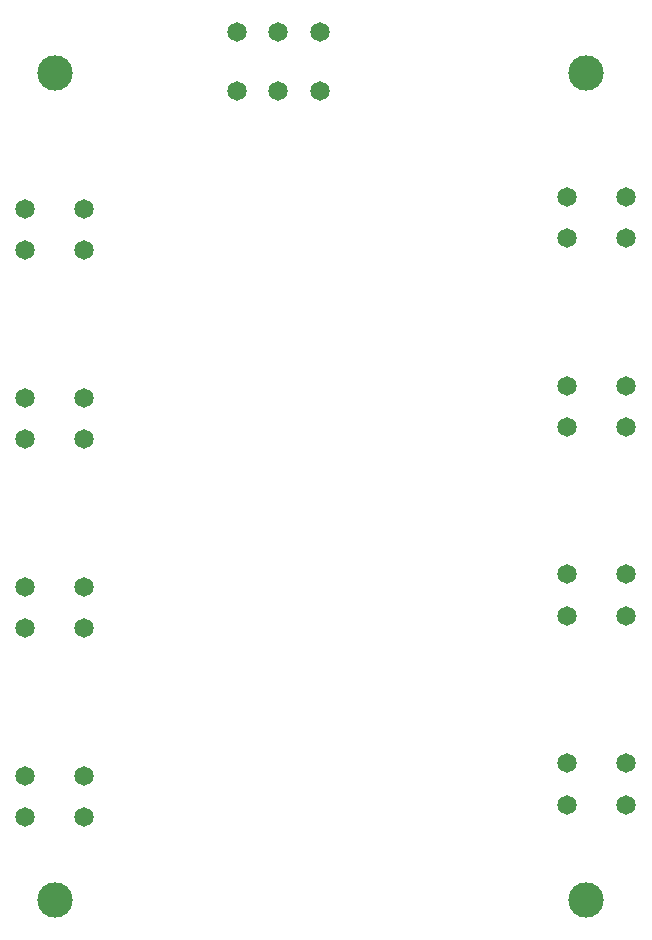
<source format=gbr>
G04*
G04 #@! TF.GenerationSoftware,Altium Limited,Altium Designer,25.1.2 (22)*
G04*
G04 Layer_Color=255*
%FSLAX25Y25*%
%MOIN*%
G70*
G04*
G04 #@! TF.SameCoordinates,A5DCB332-85D3-4D93-9494-DFC79FD2F11A*
G04*
G04*
G04 #@! TF.FilePolarity,Positive*
G04*
G01*
G75*
%ADD24C,0.11811*%
%ADD25C,0.06496*%
D24*
X206693Y299213D02*
D03*
X29528D02*
D03*
X206693Y23622D02*
D03*
X29528D02*
D03*
D25*
X117815Y312992D02*
D03*
Y293307D02*
D03*
X104035Y312992D02*
D03*
Y293307D02*
D03*
X90256Y312992D02*
D03*
Y293307D02*
D03*
X19685Y190945D02*
D03*
X39370D02*
D03*
X19685Y177165D02*
D03*
X39370D02*
D03*
X19685Y253937D02*
D03*
X39370D02*
D03*
X19685Y240158D02*
D03*
X39370D02*
D03*
X220079Y244291D02*
D03*
X200394D02*
D03*
X220079Y258071D02*
D03*
X200394D02*
D03*
X220079Y181299D02*
D03*
X200394D02*
D03*
X220079Y195079D02*
D03*
X200394D02*
D03*
X19685Y127953D02*
D03*
X39370D02*
D03*
X19685Y114173D02*
D03*
X39370D02*
D03*
X220079Y118307D02*
D03*
X200394D02*
D03*
X220079Y132087D02*
D03*
X200394D02*
D03*
X19685Y64961D02*
D03*
X39370D02*
D03*
X19685Y51181D02*
D03*
X39370D02*
D03*
X220079Y55315D02*
D03*
X200394D02*
D03*
X220079Y69095D02*
D03*
X200394D02*
D03*
M02*

</source>
